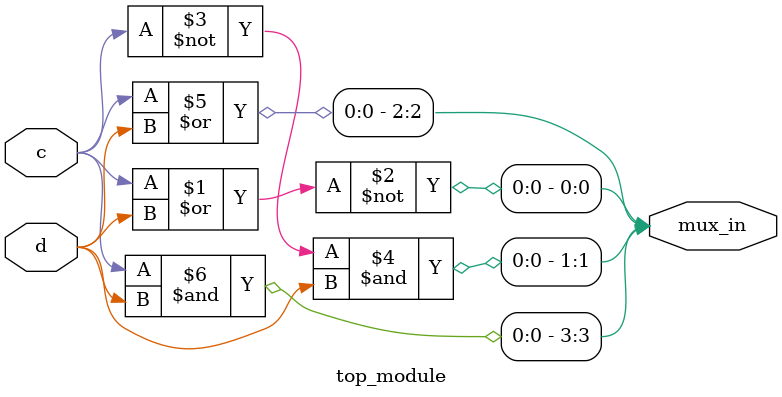
<source format=sv>
module top_module (
    input c,
    input d,
    output [3:0] mux_in
);

    assign mux_in[0] = ~(c | d);
    assign mux_in[1] = ~c & d;
    assign mux_in[2] = c | d;
    assign mux_in[3] = c & d;

endmodule

</source>
